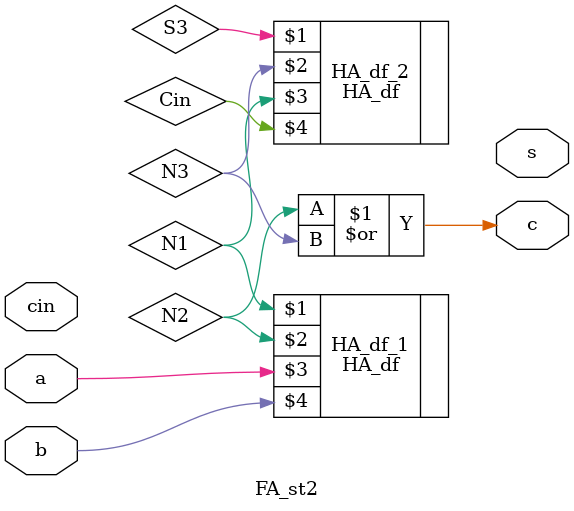
<source format=v>
module FA_st2(s,c,a,b,cin);
	input a,b,cin;
	output s,c;
	wire N1,N2,N3;
	HA_df HA_df_2(S3,N3,N1,Cin);
	HA_df HA_df_1(N1,N2,a,b);

	or or1(c,N2,N3);
endmodule

</source>
